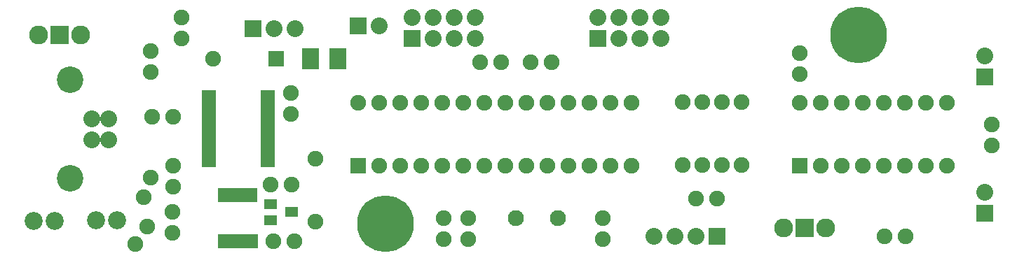
<source format=gts>
G04 (created by PCBNEW-RS274X (2012-01-19 BZR 3256)-stable) date 11/11/2013 9:04:22 PM*
G01*
G70*
G90*
%MOIN*%
G04 Gerber Fmt 3.4, Leading zero omitted, Abs format*
%FSLAX34Y34*%
G04 APERTURE LIST*
%ADD10C,0.006000*%
%ADD11R,0.031800X0.071200*%
%ADD12R,0.070000X0.036000*%
%ADD13R,0.059400X0.047600*%
%ADD14R,0.080000X0.100000*%
%ADD15C,0.075000*%
%ADD16R,0.080000X0.080000*%
%ADD17C,0.080000*%
%ADD18C,0.086000*%
%ADD19C,0.076000*%
%ADD20R,0.075000X0.075000*%
%ADD21C,0.090000*%
%ADD22R,0.090000X0.090000*%
%ADD23C,0.126300*%
%ADD24C,0.270000*%
G04 APERTURE END LIST*
G54D10*
G54D11*
X47760Y-44140D03*
X47510Y-44140D03*
X47250Y-44140D03*
X47000Y-44140D03*
X46740Y-44140D03*
X46485Y-44140D03*
X46230Y-44140D03*
X46230Y-46340D03*
X46485Y-46340D03*
X46740Y-46340D03*
X47000Y-46340D03*
X47255Y-46340D03*
X47510Y-46340D03*
X47765Y-46340D03*
G54D12*
X48400Y-42650D03*
X48400Y-42400D03*
X48400Y-42140D03*
X48400Y-41880D03*
X48400Y-41630D03*
X48400Y-41370D03*
X48400Y-41110D03*
X48400Y-40860D03*
X48400Y-40600D03*
X48400Y-40350D03*
X48400Y-40090D03*
X48400Y-39830D03*
X48400Y-39580D03*
X48400Y-39320D03*
X45600Y-39320D03*
X45600Y-39580D03*
X45600Y-39820D03*
X45600Y-40090D03*
X45600Y-40350D03*
X45600Y-40600D03*
X45600Y-40860D03*
X45600Y-41110D03*
X45600Y-41370D03*
X45600Y-41630D03*
X45600Y-41880D03*
X45600Y-42140D03*
X45600Y-42400D03*
X45600Y-42650D03*
G54D13*
X49550Y-44960D03*
X48550Y-45335D03*
X48550Y-44585D03*
G54D14*
X50450Y-37660D03*
X51750Y-37660D03*
G54D15*
X70000Y-39710D03*
X70000Y-42710D03*
X50690Y-42400D03*
X50690Y-45400D03*
X69070Y-39710D03*
X69070Y-42710D03*
X68140Y-39710D03*
X68140Y-42710D03*
X70950Y-39710D03*
X70950Y-42710D03*
G54D16*
X47720Y-36200D03*
G54D17*
X48720Y-36200D03*
X49720Y-36200D03*
G54D16*
X82500Y-38500D03*
G54D17*
X82500Y-37500D03*
G54D16*
X82500Y-45000D03*
G54D17*
X82500Y-44000D03*
G54D16*
X52730Y-36080D03*
G54D17*
X53730Y-36080D03*
G54D18*
X40240Y-45360D03*
X41240Y-45360D03*
X37270Y-45370D03*
X38270Y-45370D03*
G54D19*
X62200Y-45250D03*
X60200Y-45250D03*
G54D15*
X53700Y-42750D03*
X54700Y-42750D03*
X55700Y-42750D03*
X56700Y-42750D03*
X57700Y-42750D03*
X58700Y-42750D03*
X59700Y-42750D03*
X60700Y-42750D03*
X61700Y-42750D03*
X62700Y-42750D03*
X63700Y-42750D03*
X64700Y-42750D03*
X65700Y-42750D03*
G54D20*
X52700Y-42750D03*
G54D15*
X65700Y-39750D03*
X64700Y-39750D03*
X63700Y-39750D03*
X62700Y-39750D03*
X61700Y-39750D03*
X60700Y-39750D03*
X59700Y-39750D03*
X58700Y-39750D03*
X57700Y-39750D03*
X56700Y-39750D03*
X55700Y-39750D03*
X54700Y-39750D03*
X53700Y-39750D03*
X52700Y-39750D03*
G54D20*
X73700Y-42750D03*
G54D15*
X74700Y-42750D03*
X75700Y-42750D03*
X76700Y-42750D03*
X77700Y-42750D03*
X78700Y-42750D03*
X79700Y-42750D03*
X80700Y-42750D03*
X80700Y-39750D03*
X79700Y-39750D03*
X78700Y-39750D03*
X77700Y-39750D03*
X76700Y-39750D03*
X75700Y-39750D03*
X74700Y-39750D03*
X73700Y-39750D03*
G54D20*
X48830Y-37660D03*
G54D15*
X45830Y-37660D03*
X49520Y-40280D03*
X49520Y-39280D03*
X43900Y-40420D03*
X42900Y-40420D03*
X43900Y-43760D03*
X43900Y-42760D03*
X59500Y-37800D03*
X58500Y-37800D03*
X56780Y-45260D03*
X56780Y-46260D03*
X60900Y-37800D03*
X61900Y-37800D03*
X57940Y-45250D03*
X57940Y-46250D03*
X64360Y-45250D03*
X64360Y-46250D03*
X42850Y-38290D03*
X42850Y-37290D03*
X44310Y-35690D03*
X44310Y-36690D03*
X73700Y-38370D03*
X73700Y-37370D03*
X48550Y-43660D03*
X49550Y-43660D03*
X49690Y-46340D03*
X48690Y-46340D03*
X43890Y-45950D03*
X43890Y-44950D03*
G54D21*
X37500Y-36500D03*
G54D22*
X38500Y-36500D03*
G54D21*
X39500Y-36500D03*
G54D15*
X42519Y-44250D03*
X42861Y-43310D03*
X42677Y-45660D03*
X42103Y-46480D03*
X82840Y-40790D03*
X82840Y-41790D03*
G54D16*
X55280Y-36680D03*
G54D17*
X55280Y-35680D03*
X56280Y-36680D03*
X56280Y-35680D03*
X57280Y-36680D03*
X57280Y-35680D03*
X58280Y-36680D03*
X58280Y-35680D03*
G54D16*
X64110Y-36680D03*
G54D17*
X64110Y-35680D03*
X65110Y-36680D03*
X65110Y-35680D03*
X66110Y-36680D03*
X66110Y-35680D03*
X67110Y-36680D03*
X67110Y-35680D03*
G54D16*
X69780Y-46120D03*
G54D17*
X68780Y-46120D03*
X67780Y-46120D03*
X66780Y-46120D03*
G54D21*
X74950Y-45700D03*
G54D22*
X73950Y-45700D03*
G54D21*
X72950Y-45700D03*
G54D15*
X77740Y-46110D03*
X78740Y-46110D03*
X69780Y-44320D03*
X68780Y-44320D03*
G54D17*
X40850Y-41500D03*
X40850Y-40500D03*
X40063Y-40500D03*
X40063Y-41500D03*
G54D23*
X39000Y-43362D03*
X39000Y-38638D03*
G54D24*
X54000Y-45500D03*
X76500Y-36500D03*
M02*

</source>
